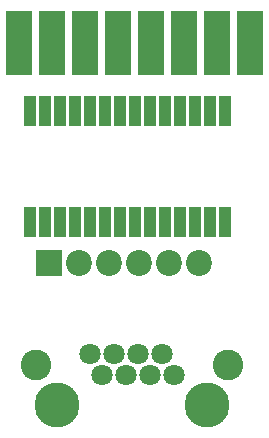
<source format=gbr>
G04 #@! TF.GenerationSoftware,KiCad,Pcbnew,no-vcs-found-835c19f~60~ubuntu16.04.1*
G04 #@! TF.CreationDate,2017-10-10T23:17:26+02:00*
G04 #@! TF.ProjectId,arcade_adapter,6172636164655F616461707465722E6B,rev?*
G04 #@! TF.SameCoordinates,Original*
G04 #@! TF.FileFunction,Soldermask,Top*
G04 #@! TF.FilePolarity,Negative*
%FSLAX46Y46*%
G04 Gerber Fmt 4.6, Leading zero omitted, Abs format (unit mm)*
G04 Created by KiCad (PCBNEW no-vcs-found-835c19f~60~ubuntu16.04.1) date Tue Oct 10 23:17:26 2017*
%MOMM*%
%LPD*%
G01*
G04 APERTURE LIST*
%ADD10R,2.180000X5.480000*%
%ADD11C,1.800000*%
%ADD12C,3.800000*%
%ADD13C,2.600000*%
%ADD14R,2.200000X2.200000*%
%ADD15C,2.200000*%
%ADD16R,1.000000X2.600000*%
G04 APERTURE END LIST*
D10*
X111302800Y-57048400D03*
X108502800Y-57048400D03*
X105712800Y-57048400D03*
X102922800Y-57048400D03*
X91742800Y-57048400D03*
X94532800Y-57048400D03*
X97332800Y-57048400D03*
X100122800Y-57048400D03*
D11*
X104819800Y-85191600D03*
X102789800Y-85191600D03*
X100759800Y-85191600D03*
X98729800Y-85191600D03*
X103799800Y-83411600D03*
X101769800Y-83411600D03*
X99739800Y-83411600D03*
X97709800Y-83411600D03*
D12*
X94919800Y-87731600D03*
X107619800Y-87731600D03*
D13*
X93139800Y-84301600D03*
X109399800Y-84301600D03*
D14*
X94259400Y-75692000D03*
D15*
X96799400Y-75692000D03*
X99339400Y-75692000D03*
X101879400Y-75692000D03*
X104419400Y-75692000D03*
X106959400Y-75692000D03*
D16*
X109143800Y-72265000D03*
X109143800Y-62865000D03*
X107873800Y-72265000D03*
X107873800Y-62865000D03*
X106603800Y-72265000D03*
X106603800Y-62865000D03*
X105333800Y-72265000D03*
X105333800Y-62865000D03*
X104063800Y-72265000D03*
X104063800Y-62865000D03*
X102793800Y-72265000D03*
X102793800Y-62865000D03*
X101523800Y-72265000D03*
X101523800Y-62865000D03*
X100253800Y-72265000D03*
X100253800Y-62865000D03*
X98983800Y-72265000D03*
X98983800Y-62865000D03*
X97713800Y-72265000D03*
X97713800Y-62865000D03*
X96443800Y-72265000D03*
X96443800Y-62865000D03*
X95173800Y-72265000D03*
X95173800Y-62865000D03*
X93903800Y-72265000D03*
X93903800Y-62865000D03*
X92633800Y-72265000D03*
X92633800Y-62865000D03*
M02*

</source>
